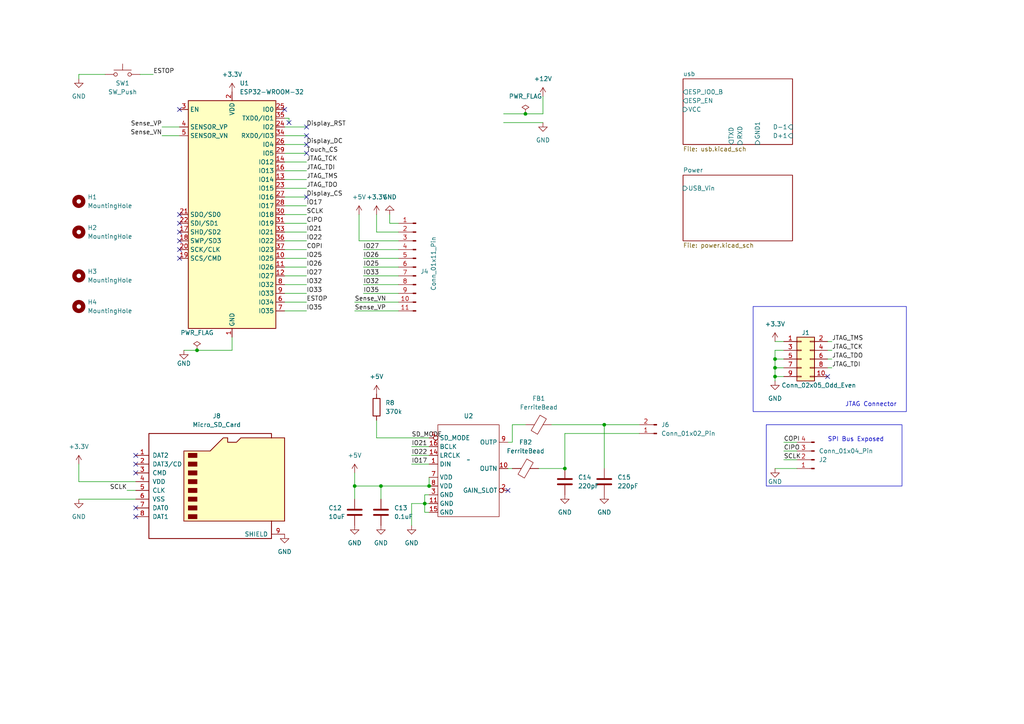
<source format=kicad_sch>
(kicad_sch (version 20230121) (generator eeschema)
  (paper "A4")
  (lib_symbols
    (symbol "Connector:Conn_01x02_Pin" (pin_names (offset 1.016) hide)
      (property "Reference" "J" (at 0 2.54 0))
      (property "Value" "Conn_01x02_Pin" (at 0 -5.08 0))
      (symbol "Conn_01x02_Pin_1_1"
        (polyline (pts (xy 1.27 -2.54) (xy 0.8636 -2.54)) (stroke (width 0.1524)))
        (polyline (pts (xy 1.27 0) (xy 0.8636 0)) (stroke (width 0.1524)))
        (rectangle (start 0.8636 -2.413) (end 0 -2.667) (stroke (width 0.1524)) (fill (type outline)))
        (rectangle (start 0.8636 0.127) (end 0 -0.127) (stroke (width 0.1524)) (fill (type outline)))
        (pin passive line (at 5.08 0 180) (length 3.81) (name "Pin_1") (number "1"))
        (pin passive line (at 5.08 -2.54 180) (length 3.81) (name "Pin_2") (number "2"))
      )
    )
    (symbol "Connector:Conn_01x04_Pin" (pin_names (offset 1.016) hide)
      (property "Reference" "J" (at 0 5.08 0))
      (property "Value" "Conn_01x04_Pin" (at 0 -7.62 0))
      (symbol "Conn_01x04_Pin_1_1"
        (polyline (pts (xy 1.27 -5.08) (xy 0.8636 -5.08)) (stroke (width 0.1524)))
        (polyline (pts (xy 1.27 -2.54) (xy 0.8636 -2.54)) (stroke (width 0.1524)))
        (polyline (pts (xy 1.27 0) (xy 0.8636 0)) (stroke (width 0.1524)))
        (polyline (pts (xy 1.27 2.54) (xy 0.8636 2.54)) (stroke (width 0.1524)))
        (rectangle (start 0.8636 -4.953) (end 0 -5.207) (stroke (width 0.1524)) (fill (type outline)))
        (rectangle (start 0.8636 -2.413) (end 0 -2.667) (stroke (width 0.1524)) (fill (type outline)))
        (rectangle (start 0.8636 0.127) (end 0 -0.127) (stroke (width 0.1524)) (fill (type outline)))
        (rectangle (start 0.8636 2.667) (end 0 2.413) (stroke (width 0.1524)) (fill (type outline)))
        (pin passive line (at 5.08 2.54 180) (length 3.81) (name "Pin_1") (number "1"))
        (pin passive line (at 5.08 0 180) (length 3.81) (name "Pin_2") (number "2"))
        (pin passive line (at 5.08 -2.54 180) (length 3.81) (name "Pin_3") (number "3"))
        (pin passive line (at 5.08 -5.08 180) (length 3.81) (name "Pin_4") (number "4"))
      )
    )
    (symbol "Connector:Conn_01x11_Pin" (pin_names (offset 1.016) hide)
      (property "Reference" "J" (at 0 15.24 0))
      (property "Value" "Conn_01x11_Pin" (at 0 -15.24 0))
      (symbol "Conn_01x11_Pin_1_1"
        (polyline (pts (xy 1.27 -12.7) (xy 0.8636 -12.7)) (stroke (width 0.1524)))
        (polyline (pts (xy 1.27 -10.16) (xy 0.8636 -10.16)) (stroke (width 0.1524)))
        (polyline (pts (xy 1.27 -7.62) (xy 0.8636 -7.62)) (stroke (width 0.1524)))
        (polyline (pts (xy 1.27 -5.08) (xy 0.8636 -5.08)) (stroke (width 0.1524)))
        (polyline (pts (xy 1.27 -2.54) (xy 0.8636 -2.54)) (stroke (width 0.1524)))
        (polyline (pts (xy 1.27 0) (xy 0.8636 0)) (stroke (width 0.1524)))
        (polyline (pts (xy 1.27 2.54) (xy 0.8636 2.54)) (stroke (width 0.1524)))
        (polyline (pts (xy 1.27 5.08) (xy 0.8636 5.08)) (stroke (width 0.1524)))
        (polyline (pts (xy 1.27 7.62) (xy 0.8636 7.62)) (stroke (width 0.1524)))
        (polyline (pts (xy 1.27 10.16) (xy 0.8636 10.16)) (stroke (width 0.1524)))
        (polyline (pts (xy 1.27 12.7) (xy 0.8636 12.7)) (stroke (width 0.1524)))
        (rectangle (start 0.8636 -12.573) (end 0 -12.827) (stroke (width 0.1524)) (fill (type outline)))
        (rectangle (start 0.8636 -10.033) (end 0 -10.287) (stroke (width 0.1524)) (fill (type outline)))
        (rectangle (start 0.8636 -7.493) (end 0 -7.747) (stroke (width 0.1524)) (fill (type outline)))
        (rectangle (start 0.8636 -4.953) (end 0 -5.207) (stroke (width 0.1524)) (fill (type outline)))
        (rectangle (start 0.8636 -2.413) (end 0 -2.667) (stroke (width 0.1524)) (fill (type outline)))
        (rectangle (start 0.8636 0.127) (end 0 -0.127) (stroke (width 0.1524)) (fill (type outline)))
        (rectangle (start 0.8636 2.667) (end 0 2.413) (stroke (width 0.1524)) (fill (type outline)))
        (rectangle (start 0.8636 5.207) (end 0 4.953) (stroke (width 0.1524)) (fill (type outline)))
        (rectangle (start 0.8636 7.747) (end 0 7.493) (stroke (width 0.1524)) (fill (type outline)))
        (rectangle (start 0.8636 10.287) (end 0 10.033) (stroke (width 0.1524)) (fill (type outline)))
        (rectangle (start 0.8636 12.827) (end 0 12.573) (stroke (width 0.1524)) (fill (type outline)))
        (pin passive line (at 5.08 12.7 180) (length 3.81) (name "Pin_1") (number "1"))
        (pin passive line (at 5.08 -10.16 180) (length 3.81) (name "Pin_10") (number "10"))
        (pin passive line (at 5.08 -12.7 180) (length 3.81) (name "Pin_11") (number "11"))
        (pin passive line (at 5.08 10.16 180) (length 3.81) (name "Pin_2") (number "2"))
        (pin passive line (at 5.08 7.62 180) (length 3.81) (name "Pin_3") (number "3"))
        (pin passive line (at 5.08 5.08 180) (length 3.81) (name "Pin_4") (number "4"))
        (pin passive line (at 5.08 2.54 180) (length 3.81) (name "Pin_5") (number "5"))
        (pin passive line (at 5.08 0 180) (length 3.81) (name "Pin_6") (number "6"))
        (pin passive line (at 5.08 -2.54 180) (length 3.81) (name "Pin_7") (number "7"))
        (pin passive line (at 5.08 -5.08 180) (length 3.81) (name "Pin_8") (number "8"))
        (pin passive line (at 5.08 -7.62 180) (length 3.81) (name "Pin_9") (number "9"))
      )
    )
    (symbol "Connector:Micro_SD_Card" (pin_names (offset 1.016))
      (property "Reference" "J8" (at 0.635 19.05 0))
      (property "Value" "Micro_SD_Card" (at 0.635 16.51 0))
      (symbol "Micro_SD_Card_0_1"
        (rectangle (start -7.62 -9.525) (end -5.08 -10.795) (fill (type outline)))
        (rectangle (start -7.62 -6.985) (end -5.08 -8.255) (fill (type outline)))
        (rectangle (start -7.62 -4.445) (end -5.08 -5.715) (fill (type outline)))
        (rectangle (start -7.62 -1.905) (end -5.08 -3.175) (fill (type outline)))
        (rectangle (start -7.62 0.635) (end -5.08 -0.635) (fill (type outline)))
        (rectangle (start -7.62 3.175) (end -5.08 1.905) (fill (type outline)))
        (rectangle (start -7.62 5.715) (end -5.08 4.445) (fill (type outline)))
        (rectangle (start -7.62 8.255) (end -5.08 6.985) (fill (type outline)))
        (polyline (pts (xy 16.51 12.7) (xy 16.51 13.97) (xy -19.05 13.97) (xy -19.05 -16.51) (xy 16.51 -16.51) (xy 16.51 -11.43)) (stroke (width 0.254)))
        (polyline (pts (xy -8.89 -11.43) (xy -8.89 8.89) (xy -1.27 8.89) (xy 2.54 12.7) (xy 3.81 12.7) (xy 3.81 11.43) (xy 6.35 11.43) (xy 7.62 12.7) (xy 20.32 12.7) (xy 20.32 -11.43) (xy -8.89 -11.43)) (stroke (width 0.254)) (fill (type background)))
      )
      (symbol "Micro_SD_Card_1_1"
        (pin bidirectional line (at -22.86 7.62 0) (length 3.81) (name "DAT2") (number "1"))
        (pin bidirectional line (at -22.86 5.08 0) (length 3.81) (name "DAT3/CD") (number "2"))
        (pin input line (at -22.86 2.54 0) (length 3.81) (name "CMD") (number "3"))
        (pin power_in line (at -22.86 0 0) (length 3.81) (name "VDD") (number "4"))
        (pin input line (at -22.86 -2.54 0) (length 3.81) (name "CLK") (number "5"))
        (pin power_in line (at -22.86 -5.08 0) (length 3.81) (name "VSS") (number "6"))
        (pin bidirectional line (at -22.86 -7.62 0) (length 3.81) (name "DAT0") (number "7"))
        (pin bidirectional line (at -22.86 -10.16 0) (length 3.81) (name "DAT1") (number "8"))
        (pin passive line (at 20.32 -15.24 180) (length 3.81) (name "SHIELD") (number "9"))
      )
    )
    (symbol "Connector_Generic:Conn_02x05_Odd_Even" (pin_names (offset 1.016) hide)
      (property "Reference" "J" (at 1.27 7.62 0))
      (property "Value" "Conn_02x05_Odd_Even" (at 1.27 -7.62 0))
      (symbol "Conn_02x05_Odd_Even_1_1"
        (rectangle (start -1.27 -4.953) (end 0 -5.207) (stroke (width 0.1524)))
        (rectangle (start -1.27 -2.413) (end 0 -2.667) (stroke (width 0.1524)))
        (rectangle (start -1.27 0.127) (end 0 -0.127) (stroke (width 0.1524)))
        (rectangle (start -1.27 2.667) (end 0 2.413) (stroke (width 0.1524)))
        (rectangle (start -1.27 5.207) (end 0 4.953) (stroke (width 0.1524)))
        (rectangle (start -1.27 6.35) (end 3.81 -6.35) (stroke (width 0.254)) (fill (type background)))
        (rectangle (start 3.81 -4.953) (end 2.54 -5.207) (stroke (width 0.1524)))
        (rectangle (start 3.81 -2.413) (end 2.54 -2.667) (stroke (width 0.1524)))
        (rectangle (start 3.81 0.127) (end 2.54 -0.127) (stroke (width 0.1524)))
        (rectangle (start 3.81 2.667) (end 2.54 2.413) (stroke (width 0.1524)))
        (rectangle (start 3.81 5.207) (end 2.54 4.953) (stroke (width 0.1524)))
        (pin passive line (at -5.08 5.08 0) (length 3.81) (name "Pin_1") (number "1"))
        (pin passive line (at 7.62 -5.08 180) (length 3.81) (name "Pin_10") (number "10"))
        (pin passive line (at 7.62 5.08 180) (length 3.81) (name "Pin_2") (number "2"))
        (pin passive line (at -5.08 2.54 0) (length 3.81) (name "Pin_3") (number "3"))
        (pin passive line (at 7.62 2.54 180) (length 3.81) (name "Pin_4") (number "4"))
        (pin passive line (at -5.08 0 0) (length 3.81) (name "Pin_5") (number "5"))
        (pin passive line (at 7.62 0 180) (length 3.81) (name "Pin_6") (number "6"))
        (pin passive line (at -5.08 -2.54 0) (length 3.81) (name "Pin_7") (number "7"))
        (pin passive line (at 7.62 -2.54 180) (length 3.81) (name "Pin_8") (number "8"))
        (pin passive line (at -5.08 -5.08 0) (length 3.81) (name "Pin_9") (number "9"))
      )
    )
    (symbol "Device:C" (pin_numbers hide) (pin_names (offset 0.254))
      (property "Reference" "C" (at 0.635 2.54 0))
      (property "Value" "C" (at 0.635 -2.54 0))
      (symbol "C_0_1"
        (polyline (pts (xy -2.032 -0.762) (xy 2.032 -0.762)) (stroke (width 0.508)))
        (polyline (pts (xy -2.032 0.762) (xy 2.032 0.762)) (stroke (width 0.508)))
      )
      (symbol "C_1_1"
        (pin passive line (at 0 3.81 270) (length 2.794) (name "~") (number "1"))
        (pin passive line (at 0 -3.81 90) (length 2.794) (name "~") (number "2"))
      )
    )
    (symbol "Device:FerriteBead" (pin_numbers hide) (pin_names (offset 0))
      (property "Reference" "FB" (at -3.81 0.635 90))
      (property "Value" "FerriteBead" (at 3.81 0 90))
      (symbol "FerriteBead_0_1"
        (polyline (pts (xy 0 -1.27) (xy 0 -1.2192)))
        (polyline (pts (xy 0 1.27) (xy 0 1.2954)))
        (polyline (pts (xy -2.7686 0.4064) (xy -1.7018 2.2606) (xy 2.7686 -0.3048) (xy 1.6764 -2.159) (xy -2.7686 0.4064)))
      )
      (symbol "FerriteBead_1_1"
        (pin passive line (at 0 3.81 270) (length 2.54) (name "~") (number "1"))
        (pin passive line (at 0 -3.81 90) (length 2.54) (name "~") (number "2"))
      )
    )
    (symbol "Device:R" (pin_numbers hide) (pin_names (offset 0))
      (property "Reference" "R" (at 2.032 0 90))
      (property "Value" "R" (at 0 0 90))
      (symbol "R_0_1"
        (rectangle (start -1.016 -2.54) (end 1.016 2.54) (stroke (width 0.254)))
      )
      (symbol "R_1_1"
        (pin passive line (at 0 3.81 270) (length 1.27) (name "~") (number "1"))
        (pin passive line (at 0 -3.81 90) (length 1.27) (name "~") (number "2"))
      )
    )
    (symbol "Mechanical:MountingHole" (pin_names (offset 1.016))
      (property "Reference" "H" (at 0 5.08 0))
      (property "Value" "MountingHole" (at 0 3.175 0))
      (symbol "MountingHole_0_1"
        (circle (center 0 0) (radius 1.27) (stroke (width 1.27)))
      )
    )
    (symbol "OSMI-parts:MAX98357"
      (property "Reference" "U2" (at 0 12.7 0))
      (property "Value" "~" (at 0 0 0))
      (symbol "MAX98357_0_1"
        (rectangle (start -8.89 10.16) (end 8.89 -16.51))
      )
      (symbol "MAX98357_1_1"
        (pin input line (at -11.43 -1.27 0) (length 2.54) (name "DIN") (number "1"))
        (pin output line (at 11.43 -2.54 180) (length 2.54) (name "OUTN") (number "10"))
        (pin power_in line (at -11.43 -12.7 0) (length 2.54) (name "GND") (number "11"))
        (pin input line (at -11.43 1.27 0) (length 2.54) (name "LRCLK") (number "14"))
        (pin power_in line (at -11.43 -15.24 0) (length 2.54) (name "GND") (number "15"))
        (pin input line (at -11.43 3.81 0) (length 2.54) (name "BCLK") (number "16"))
        (pin output inverted (at 11.43 -8.89 180) (length 2.54) (name "GAIN_SLOT") (number "2"))
        (pin power_in line (at -11.43 -10.16 0) (length 2.54) (name "GND") (number "3"))
        (pin input inverted (at -11.43 6.35 0) (length 2.54) (name "SD_MODE") (number "4"))
        (pin input line (at -11.43 -5.08 0) (length 2.54) (name "VDD") (number "7"))
        (pin input line (at -11.43 -7.62 0) (length 2.54) (name "VDD") (number "8"))
        (pin output line (at 11.43 5.08 180) (length 2.54) (name "OUTP") (number "9"))
      )
    )
    (symbol "RF_Module:ESP32-WROOM-32"
      (property "Reference" "U" (at -12.7 34.29 0))
      (property "Value" "ESP32-WROOM-32" (at 1.27 34.29 0))
      (symbol "ESP32-WROOM-32_0_1"
        (rectangle (start -12.7 33.02) (end 12.7 -33.02) (stroke (width 0.254)) (fill (type background)))
      )
      (symbol "ESP32-WROOM-32_1_1"
        (pin power_in line (at 0 -35.56 90) (length 2.54) (name "GND") (number "1"))
        (pin bidirectional line (at 15.24 -12.7 180) (length 2.54) (name "IO25") (number "10"))
        (pin bidirectional line (at 15.24 -15.24 180) (length 2.54) (name "IO26") (number "11"))
        (pin bidirectional line (at 15.24 -17.78 180) (length 2.54) (name "IO27") (number "12"))
        (pin bidirectional line (at 15.24 10.16 180) (length 2.54) (name "IO14") (number "13"))
        (pin bidirectional line (at 15.24 15.24 180) (length 2.54) (name "IO12") (number "14"))
        (pin passive line (at 0 -35.56 90) (length 2.54) hide (name "GND") (number "15"))
        (pin bidirectional line (at 15.24 12.7 180) (length 2.54) (name "IO13") (number "16"))
        (pin bidirectional line (at -15.24 -5.08 0) (length 2.54) (name "SHD/SD2") (number "17"))
        (pin bidirectional line (at -15.24 -7.62 0) (length 2.54) (name "SWP/SD3") (number "18"))
        (pin bidirectional line (at -15.24 -12.7 0) (length 2.54) (name "SCS/CMD") (number "19"))
        (pin power_in line (at 0 35.56 270) (length 2.54) (name "VDD") (number "2"))
        (pin bidirectional line (at -15.24 -10.16 0) (length 2.54) (name "SCK/CLK") (number "20"))
        (pin bidirectional line (at -15.24 0 0) (length 2.54) (name "SDO/SD0") (number "21"))
        (pin bidirectional line (at -15.24 -2.54 0) (length 2.54) (name "SDI/SD1") (number "22"))
        (pin bidirectional line (at 15.24 7.62 180) (length 2.54) (name "IO15") (number "23"))
        (pin bidirectional line (at 15.24 25.4 180) (length 2.54) (name "IO2") (number "24"))
        (pin bidirectional line (at 15.24 30.48 180) (length 2.54) (name "IO0") (number "25"))
        (pin bidirectional line (at 15.24 20.32 180) (length 2.54) (name "IO4") (number "26"))
        (pin bidirectional line (at 15.24 5.08 180) (length 2.54) (name "IO16") (number "27"))
        (pin bidirectional line (at 15.24 2.54 180) (length 2.54) (name "IO17") (number "28"))
        (pin bidirectional line (at 15.24 17.78 180) (length 2.54) (name "IO5") (number "29"))
        (pin input line (at -15.24 30.48 0) (length 2.54) (name "EN") (number "3"))
        (pin bidirectional line (at 15.24 0 180) (length 2.54) (name "IO18") (number "30"))
        (pin bidirectional line (at 15.24 -2.54 180) (length 2.54) (name "IO19") (number "31"))
        (pin no_connect line (at -12.7 -27.94 0) (length 2.54) hide (name "NC") (number "32"))
        (pin bidirectional line (at 15.24 -5.08 180) (length 2.54) (name "IO21") (number "33"))
        (pin bidirectional line (at 15.24 22.86 180) (length 2.54) (name "RXD0/IO3") (number "34"))
        (pin bidirectional line (at 15.24 27.94 180) (length 2.54) (name "TXD0/IO1") (number "35"))
        (pin bidirectional line (at 15.24 -7.62 180) (length 2.54) (name "IO22") (number "36"))
        (pin bidirectional line (at 15.24 -10.16 180) (length 2.54) (name "IO23") (number "37"))
        (pin passive line (at 0 -35.56 90) (length 2.54) hide (name "GND") (number "38"))
        (pin passive line (at 0 -35.56 90) (length 2.54) hide (name "GND") (number "39"))
        (pin input line (at -15.24 25.4 0) (length 2.54) (name "SENSOR_VP") (number "4"))
        (pin input line (at -15.24 22.86 0) (length 2.54) (name "SENSOR_VN") (number "5"))
        (pin input line (at 15.24 -25.4 180) (length 2.54) (name "IO34") (number "6"))
        (pin input line (at 15.24 -27.94 180) (length 2.54) (name "IO35") (number "7"))
        (pin bidirectional line (at 15.24 -20.32 180) (length 2.54) (name "IO32") (number "8"))
        (pin bidirectional line (at 15.24 -22.86 180) (length 2.54) (name "IO33") (number "9"))
      )
    )
    (symbol "Switch:SW_Push" (pin_numbers hide) (pin_names (offset 1.016) hide)
      (property "Reference" "SW" (at 1.27 2.54 0))
      (property "Value" "SW_Push" (at 0 -1.524 0))
      (symbol "SW_Push_0_1"
        (circle (center -2.032 0) (radius 0.508))
        (polyline (pts (xy 0 1.27) (xy 0 3.048)))
        (polyline (pts (xy 2.54 1.27) (xy -2.54 1.27)))
        (circle (center 2.032 0) (radius 0.508))
        (pin passive line (at -5.08 0 0) (length 2.54) (name "1") (number "1"))
        (pin passive line (at 5.08 0 180) (length 2.54) (name "2") (number "2"))
      )
    )
    (symbol "power:+12V" (power) (pin_names (offset 0))
      (property "Value" "+12V" (at 0 3.556 0))
      (symbol "+12V_0_1"
        (polyline (pts (xy -0.762 1.27) (xy 0 2.54)))
        (polyline (pts (xy 0 0) (xy 0 2.54)))
        (polyline (pts (xy 0 2.54) (xy 0.762 1.27)))
      )
      (symbol "+12V_1_1"
        (pin power_in line (at 0 0 90) (length 0) hide (name "+12V") (number "1"))
      )
    )
    (symbol "power:+3.3V" (power) (pin_names (offset 0))
      (property "Value" "+3.3V" (at 0 3.556 0))
      (symbol "+3.3V_0_1"
        (polyline (pts (xy -0.762 1.27) (xy 0 2.54)))
        (polyline (pts (xy 0 0) (xy 0 2.54)))
        (polyline (pts (xy 0 2.54) (xy 0.762 1.27)))
      )
      (symbol "+3.3V_1_1"
        (pin power_in line (at 0 0 90) (length 0) hide (name "+3.3V") (number "1"))
      )
    )
    (symbol "power:+5V" (power) (pin_names (offset 0))
      (property "Value" "+5V" (at 0 3.556 0))
      (symbol "+5V_0_1"
        (polyline (pts (xy -0.762 1.27) (xy 0 2.54)))
        (polyline (pts (xy 0 0) (xy 0 2.54)))
        (polyline (pts (xy 0 2.54) (xy 0.762 1.27)))
      )
      (symbol "+5V_1_1"
        (pin power_in line (at 0 0 90) (length 0) hide (name "+5V") (number "1"))
      )
    )
    (symbol "power:GND" (power) (pin_names (offset 0))
      (property "Value" "GND" (at 0 -3.81 0))
      (symbol "GND_0_1"
        (polyline (pts (xy 0 0) (xy 0 -1.27) (xy 1.27 -1.27) (xy 0 -2.54) (xy -1.27 -1.27) (xy 0 -1.27)))
      )
      (symbol "GND_1_1"
        (pin power_in line (at 0 0 270) (length 0) hide (name "GND") (number "1"))
      )
    )
    (symbol "power:PWR_FLAG" (power) (pin_numbers hide) (pin_names (offset 0) hide)
      (property "Value" "PWR_FLAG" (at 0 3.81 0))
      (symbol "PWR_FLAG_0_0"
        (pin power_out line (at 0 0 90) (length 0) (name "pwr") (number "1"))
      )
      (symbol "PWR_FLAG_0_1"
        (polyline (pts (xy 0 0) (xy 0 1.27) (xy -1.016 1.905) (xy 0 2.54) (xy 1.016 1.905) (xy 0 1.27)))
      )
    )
  )
  (junction (at 123.19 146.05))
  (junction (at 224.79 109.22))
  (junction (at 57.15 101.6))
  (junction (at 124.46 140.97))
  (junction (at 175.26 123.19))
  (junction (at 224.79 106.68))
  (junction (at 163.83 135.89))
  (junction (at 152.4 33.02))
  (junction (at 110.49 140.97))
  (junction (at 102.87 140.97))
  (junction (at 224.79 104.14))
  (no_connect (at 39.37 132.08))
  (no_connect (at 88.9 41.91))
  (no_connect (at 147.32 142.24))
  (no_connect (at 88.9 36.83))
  (no_connect (at 82.55 31.75))
  (no_connect (at 52.07 74.93))
  (no_connect (at 52.07 64.77))
  (no_connect (at 240.03 109.22))
  (no_connect (at 52.07 72.39))
  (no_connect (at 52.07 69.85))
  (no_connect (at 88.9 44.45))
  (no_connect (at 52.07 31.75))
  (no_connect (at 52.07 67.31))
  (no_connect (at 52.07 62.23))
  (no_connect (at 39.37 147.32))
  (no_connect (at 88.9 57.15))
  (no_connect (at 39.37 149.86))
  (no_connect (at 39.37 134.62))
  (no_connect (at 83.82 35.56))
  (no_connect (at 39.37 137.16))
  (no_connect (at 88.9 39.37))
  (wire (pts (xy 36.83 142.24) (xy 39.37 142.24)))
  (wire (pts (xy 175.26 123.19) (xy 185.42 123.19)))
  (wire (pts (xy 82.55 87.63) (xy 88.9 87.63)))
  (wire (pts (xy 82.55 41.91) (xy 88.9 41.91)))
  (wire (pts (xy 46.99 39.37) (xy 52.07 39.37)))
  (wire (pts (xy 123.19 143.51) (xy 124.46 143.51)))
  (wire (pts (xy 105.41 80.01) (xy 115.57 80.01)))
  (wire (pts (xy 82.55 39.37) (xy 88.9 39.37)))
  (wire (pts (xy 240.03 104.14) (xy 241.3 104.14)))
  (wire (pts (xy 82.55 57.15) (xy 88.9 57.15)))
  (wire (pts (xy 123.19 146.05) (xy 123.19 148.59)))
  (wire (pts (xy 119.38 146.05) (xy 123.19 146.05)))
  (wire (pts (xy 22.86 144.78) (xy 39.37 144.78)))
  (wire (pts (xy 175.26 123.19) (xy 175.26 135.89)))
  (wire (pts (xy 115.57 67.31) (xy 109.22 67.31)))
  (wire (pts (xy 119.38 132.08) (xy 124.46 132.08)))
  (wire (pts (xy 82.55 49.53) (xy 88.9 49.53)))
  (wire (pts (xy 160.02 123.19) (xy 175.26 123.19)))
  (wire (pts (xy 82.55 72.39) (xy 88.9 72.39)))
  (wire (pts (xy 82.55 44.45) (xy 88.9 44.45)))
  (wire (pts (xy 82.55 74.93) (xy 88.9 74.93)))
  (wire (pts (xy 82.55 69.85) (xy 88.9 69.85)))
  (wire (pts (xy 82.55 52.07) (xy 88.9 52.07)))
  (wire (pts (xy 185.42 125.73) (xy 163.83 125.73)))
  (wire (pts (xy 224.79 99.06) (xy 227.33 99.06)))
  (wire (pts (xy 102.87 87.63) (xy 115.57 87.63)))
  (wire (pts (xy 102.87 137.16) (xy 102.87 140.97)))
  (wire (pts (xy 240.03 99.06) (xy 241.3 99.06)))
  (wire (pts (xy 83.82 35.56) (xy 83.82 34.29)))
  (wire (pts (xy 46.99 36.83) (xy 52.07 36.83)))
  (wire (pts (xy 104.14 69.85) (xy 115.57 69.85)))
  (wire (pts (xy 148.59 128.27) (xy 147.32 128.27)))
  (wire (pts (xy 110.49 140.97) (xy 102.87 140.97)))
  (wire (pts (xy 105.41 72.39) (xy 115.57 72.39)))
  (wire (pts (xy 224.79 110.49) (xy 224.79 109.22)))
  (wire (pts (xy 109.22 127) (xy 124.46 127)))
  (wire (pts (xy 124.46 140.97) (xy 110.49 140.97)))
  (wire (pts (xy 105.41 77.47) (xy 115.57 77.47)))
  (wire (pts (xy 57.15 101.6) (xy 67.31 101.6)))
  (wire (pts (xy 224.79 104.14) (xy 224.79 101.6)))
  (wire (pts (xy 22.86 22.86) (xy 22.86 21.59)))
  (wire (pts (xy 82.55 36.83) (xy 88.9 36.83)))
  (wire (pts (xy 105.41 74.93) (xy 115.57 74.93)))
  (wire (pts (xy 146.05 35.56) (xy 157.48 35.56)))
  (wire (pts (xy 152.4 33.02) (xy 157.48 33.02)))
  (wire (pts (xy 82.55 67.31) (xy 88.9 67.31)))
  (wire (pts (xy 152.4 123.19) (xy 148.59 123.19)))
  (wire (pts (xy 224.79 135.89) (xy 231.14 135.89)))
  (wire (pts (xy 146.05 33.02) (xy 152.4 33.02)))
  (wire (pts (xy 240.03 106.68) (xy 241.3 106.68)))
  (wire (pts (xy 224.79 106.68) (xy 227.33 106.68)))
  (wire (pts (xy 82.55 77.47) (xy 88.9 77.47)))
  (wire (pts (xy 231.14 133.35) (xy 227.33 133.35)))
  (wire (pts (xy 224.79 101.6) (xy 227.33 101.6)))
  (wire (pts (xy 82.55 62.23) (xy 88.9 62.23)))
  (wire (pts (xy 163.83 125.73) (xy 163.83 135.89)))
  (wire (pts (xy 231.14 130.81) (xy 227.33 130.81)))
  (wire (pts (xy 82.55 59.69) (xy 88.9 59.69)))
  (wire (pts (xy 113.03 64.77) (xy 113.03 62.23)))
  (wire (pts (xy 123.19 148.59) (xy 124.46 148.59)))
  (wire (pts (xy 22.86 139.7) (xy 39.37 139.7)))
  (wire (pts (xy 82.55 85.09) (xy 88.9 85.09)))
  (wire (pts (xy 119.38 129.54) (xy 124.46 129.54)))
  (wire (pts (xy 22.86 21.59) (xy 30.48 21.59)))
  (wire (pts (xy 231.14 128.27) (xy 227.33 128.27)))
  (wire (pts (xy 22.86 134.62) (xy 22.86 139.7)))
  (wire (pts (xy 110.49 140.97) (xy 110.49 144.78)))
  (wire (pts (xy 124.46 138.43) (xy 124.46 140.97)))
  (wire (pts (xy 123.19 146.05) (xy 124.46 146.05)))
  (wire (pts (xy 224.79 109.22) (xy 227.33 109.22)))
  (wire (pts (xy 119.38 134.62) (xy 124.46 134.62)))
  (wire (pts (xy 148.59 135.89) (xy 147.32 135.89)))
  (wire (pts (xy 123.19 143.51) (xy 123.19 146.05)))
  (wire (pts (xy 156.21 135.89) (xy 163.83 135.89)))
  (wire (pts (xy 82.55 90.17) (xy 88.9 90.17)))
  (wire (pts (xy 83.82 34.29) (xy 82.55 34.29)))
  (wire (pts (xy 102.87 140.97) (xy 102.87 144.78)))
  (wire (pts (xy 82.55 46.99) (xy 88.9 46.99)))
  (wire (pts (xy 102.87 90.17) (xy 115.57 90.17)))
  (wire (pts (xy 224.79 109.22) (xy 224.79 106.68)))
  (wire (pts (xy 82.55 54.61) (xy 88.9 54.61)))
  (wire (pts (xy 240.03 101.6) (xy 241.3 101.6)))
  (wire (pts (xy 109.22 127) (xy 109.22 121.92)))
  (wire (pts (xy 53.34 101.6) (xy 57.15 101.6)))
  (wire (pts (xy 109.22 67.31) (xy 109.22 62.23)))
  (wire (pts (xy 115.57 64.77) (xy 113.03 64.77)))
  (wire (pts (xy 82.55 80.01) (xy 88.9 80.01)))
  (wire (pts (xy 104.14 62.23) (xy 104.14 69.85)))
  (wire (pts (xy 224.79 106.68) (xy 224.79 104.14)))
  (wire (pts (xy 67.31 101.6) (xy 67.31 97.79)))
  (wire (pts (xy 105.41 82.55) (xy 115.57 82.55)))
  (wire (pts (xy 157.48 33.02) (xy 157.48 27.94)))
  (wire (pts (xy 224.79 104.14) (xy 227.33 104.14)))
  (wire (pts (xy 119.38 152.4) (xy 119.38 146.05)))
  (wire (pts (xy 82.55 64.77) (xy 88.9 64.77)))
  (wire (pts (xy 148.59 123.19) (xy 148.59 128.27)))
  (wire (pts (xy 82.55 82.55) (xy 88.9 82.55)))
  (wire (pts (xy 105.41 85.09) (xy 115.57 85.09)))
  (wire (pts (xy 44.45 21.59) (xy 40.64 21.59)))
  (rectangle (start 222.25 123.19) (end 261.62 140.97))
  (rectangle (start 218.44 88.9) (end 262.89 119.38))
  (text "JTAG Connector" (at 245.11 118.11 0) (effects (font (size 1.27 1.27)) (justify left bottom)))
  (text "SPI Bus Exposed" (at 240.03 128.27 0) (effects (font (size 1.27 1.27)) (justify left bottom)))
  (label "JTAG_TDO" (at 241.3 104.14 0))
  (label "IO27" (at 105.41 72.39 0))
  (label "SD_MODE" (at 119.38 127 0))
  (label "JTAG_TMS" (at 241.3 99.06 0))
  (label "IO32" (at 88.9 82.55 0))
  (label "Sense_VN" (at 46.99 39.37 180))
  (label "JTAG_TDO" (at 88.9 54.61 0))
  (label "IO35" (at 105.41 85.09 0))
  (label "IO21" (at 119.38 129.54 0))
  (label "Display_RST" (at 88.9 36.83 0))
  (label "IO17" (at 88.9 59.69 0))
  (label "IO17" (at 119.38 134.62 0))
  (label "IO25" (at 88.9 74.93 0))
  (label "CIPO" (at 88.9 64.77 0))
  (label "IO25" (at 105.41 77.47 0))
  (label "Sense_VP" (at 46.99 36.83 180))
  (label "Display_DC" (at 88.9 41.91 0))
  (label "COPI" (at 88.9 72.39 0))
  (label "IO26" (at 105.41 74.93 0))
  (label "JTAG_TDI" (at 241.3 106.68 0))
  (label "JTAG_TCK" (at 241.3 101.6 0))
  (label "Sense_VN" (at 102.87 87.63 0))
  (label "SCLK" (at 36.83 142.24 180))
  (label "ESTOP" (at 44.45 21.59 0))
  (label "SCLK" (at 227.33 133.35 0))
  (label "IO27" (at 88.9 80.01 0))
  (label "IO22" (at 119.38 132.08 0))
  (label "IO33" (at 88.9 85.09 0))
  (label "Touch_CS" (at 88.9 44.45 0))
  (label "IO21" (at 88.9 67.31 0))
  (label "IO35" (at 88.9 90.17 0))
  (label "ESTOP" (at 88.9 87.63 0))
  (label "Sense_VP" (at 102.87 90.17 0))
  (label "JTAG_TMS" (at 88.9 52.07 0))
  (label "COPI" (at 227.33 128.27 0))
  (label "JTAG_TDI" (at 88.9 49.53 0))
  (label "CIPO" (at 227.33 130.81 0))
  (label "Display_CS" (at 88.9 57.15 0))
  (label "IO26" (at 88.9 77.47 0))
  (label "IO33" (at 105.41 80.01 0))
  (label "IO32" (at 105.41 82.55 0))
  (label "SCLK" (at 88.9 62.23 0))
  (label "JTAG_TCK" (at 88.9 46.99 0))
  (label "IO22" (at 88.9 69.85 0))
  (symbol (lib_id "power:GND") (at 119.38 152.4 0) (unit 1)
    (property "Reference" "#PWR029" (effects hide))
    (property "Value" "GND" (at 119.38 157.48 0))
  )
  (symbol (lib_id "Device:FerriteBead") (at 156.21 123.19 270) (unit 1)
    (property "Reference" "FB1" (at 156.2608 115.57 90))
    (property "Value" "FerriteBead" (at 156.2608 118.11 90))
    (property "Footprint" "Ferrite_THT:LairdTech_28C0236-0JW-10" (effects hide))
    (property "Cost" "0" (effects hide))
    (property "Sim.Enable" "0" (effects hide))
  )
  (symbol (lib_id "Mechanical:MountingHole") (at 22.86 58.42 0) (unit 1)
    (property "Reference" "H1" (at 25.4 57.15 0) (effects (justify left)))
    (property "Value" "MountingHole" (at 25.4 59.69 0) (effects (justify left)))
    (property "Footprint" "MountingHole:MountingHole_3.2mm_M3" (effects hide))
    (property "Cost" "0" (effects hide))
    (property "Sim.Enable" "0" (effects hide))
  )
  (symbol (lib_id "RF_Module:ESP32-WROOM-32") (at 67.31 62.23 0) (unit 1)
    (property "Reference" "U1" (at 69.5041 24.13 0) (effects (justify left)))
    (property "Value" "ESP32-WROOM-32" (at 69.5041 26.67 0) (effects (justify left)))
    (property "Footprint" "RF_Module:ESP32-WROOM-32" (effects hide))
    (property "Datasheet" "https://www.espressif.com/sites/default/files/documentation/esp32-wroom-32_datasheet_en.pdf" (effects hide))
    (property "Sim.Enable" "0" (effects hide))
    (property "Cost" "0" (effects hide))
  )
  (symbol (lib_id "OSMI-parts:MAX98357") (at 135.89 133.35 0) (unit 1)
    (property "Reference" "U2" (at 135.89 120.65 0))
    (property "Value" "~" (at 135.89 133.35 0))
    (property "Footprint" "Package_DFN_QFN:QFN-16-1EP_3x3mm_P0.5mm_EP1.45x1.45mm" (effects hide))
    (property "Datasheet" "https://www.analog.com/media/en/technical-documentation/data-sheets/MAX98357A-MAX98357B.pdf" (effects hide))
    (property "ordering_link" "https://www.digikey.com/en/products/detail/analog-devices-inc-maxim-integrated/MAX98357AETE-T/4936122" (effects hide))
    (property "cost" "2.86" (effects hide))
    (property "Cost" "0" (effects hide))
    (property "Sim.Enable" "0" (effects hide))
  )
  (symbol (lib_id "power:GND") (at 53.34 101.6 0) (unit 1)
    (property "Reference" "#PWR019" (effects hide))
    (property "Value" "GND" (at 53.34 105.41 0))
  )
  (symbol (lib_id "power:+5V") (at 102.87 137.16 0) (unit 1)
    (property "Reference" "#PWR02" (effects hide))
    (property "Value" "+5V" (at 102.87 132.08 0))
  )
  (symbol (lib_id "power:GND") (at 224.79 135.89 0) (unit 1)
    (property "Reference" "#PWR06" (effects hide))
    (property "Value" "GND" (at 224.79 139.7 0))
  )
  (symbol (lib_id "power:+5V") (at 104.14 62.23 0) (unit 1)
    (property "Reference" "#PWR018" (effects hide))
    (property "Value" "+5V" (at 104.14 57.15 0))
  )
  (symbol (lib_id "Connector_Generic:Conn_02x05_Odd_Even") (at 232.41 104.14 0) (unit 1)
    (property "Reference" "J1" (at 233.68 96.52 0))
    (property "Value" "Conn_02x05_Odd_Even" (at 237.49 111.76 0))
    (property "Footprint" "Connector_PinHeader_2.54mm:PinHeader_2x05_P2.54mm_Vertical" (effects hide))
    (property "Cost" "0" (effects hide))
    (property "Sim.Enable" "0" (effects hide))
  )
  (symbol (lib_id "Device:FerriteBead") (at 152.4 135.89 270) (unit 1)
    (property "Reference" "FB2" (at 152.4508 128.27 90))
    (property "Value" "FerriteBead" (at 152.4508 130.81 90))
    (property "Footprint" "Ferrite_THT:LairdTech_28C0236-0JW-10" (effects hide))
    (property "Cost" "0" (effects hide))
    (property "Sim.Enable" "0" (effects hide))
  )
  (symbol (lib_id "Switch:SW_Push") (at 35.56 21.59 0) (unit 1)
    (property "Reference" "SW1" (at 35.56 24.13 0))
    (property "Value" "SW_Push" (at 35.56 26.67 0))
    (property "Footprint" "TerminalBlock_TE-Connectivity:TerminalBlock_TE_282834-2_1x02_P2.54mm_Horizontal" (effects hide))
    (property "Cost" "0" (effects hide))
    (property "Sim.Enable" "0" (effects hide))
  )
  (symbol (lib_id "Connector:Micro_SD_Card") (at 62.23 139.7 0) (unit 1)
    (property "Reference" "J8" (at 62.865 120.65 0))
    (property "Value" "Micro_SD_Card" (at 62.865 123.19 0))
    (property "Footprint" "Connector_Card:microSD_HC_Molex_47219-2001" (effects hide))
    (property "Datasheet" "http://katalog.we-online.de/em/datasheet/693072010801.pdf" (effects hide))
    (property "Cost" "0" (effects hide))
    (property "Sim.Enable" "0" (effects hide))
  )
  (symbol (lib_id "power:+3.3V") (at 109.22 62.23 0) (unit 1)
    (property "Reference" "#PWR017" (effects hide))
    (property "Value" "+3.3V" (at 109.22 57.15 0))
  )
  (symbol (lib_id "Connector:Conn_01x02_Pin") (at 190.5 125.73 180) (unit 1)
    (property "Reference" "J6" (at 191.77 123.19 0) (effects (justify right)))
    (property "Value" "Conn_01x02_Pin" (at 191.77 125.73 0) (effects (justify right)))
    (property "Footprint" "Connector_PinHeader_2.54mm:PinHeader_1x02_P2.54mm_Horizontal" (effects hide))
    (property "Cost" "0" (effects hide))
    (property "Sim.Enable" "0" (effects hide))
  )
  (symbol (lib_id "Mechanical:MountingHole") (at 22.86 67.31 0) (unit 1)
    (property "Reference" "H2" (at 25.4 66.04 0) (effects (justify left)))
    (property "Value" "MountingHole" (at 25.4 68.58 0) (effects (justify left)))
    (property "Footprint" "MountingHole:MountingHole_3.2mm_M3" (effects hide))
    (property "Cost" "0" (effects hide))
    (property "Sim.Enable" "0" (effects hide))
  )
  (symbol (lib_id "power:GND") (at 224.79 110.49 0) (unit 1)
    (property "Reference" "#PWR05" (effects hide))
    (property "Value" "GND" (at 224.79 115.57 0))
  )
  (symbol (lib_id "power:GND") (at 22.86 144.78 0) (unit 1)
    (property "Reference" "#PWR013" (effects hide))
    (property "Value" "GND" (at 22.86 149.86 0))
  )
  (symbol (lib_id "power:GND") (at 110.49 152.4 0) (unit 1)
    (property "Reference" "#PWR030" (effects hide))
    (property "Value" "GND" (at 110.49 157.48 0))
  )
  (symbol (lib_id "power:PWR_FLAG") (at 152.4 33.02 0) (unit 1)
    (property "Reference" "#FLG02" (effects hide))
    (property "Value" "PWR_FLAG" (at 152.4 27.94 0))
  )
  (symbol (lib_id "power:GND") (at 157.48 35.56 0) (unit 1)
    (property "Reference" "#PWR028" (effects hide))
    (property "Value" "GND" (at 157.48 40.64 0))
  )
  (symbol (lib_id "Device:C") (at 163.83 139.7 0) (unit 1)
    (property "Reference" "C14" (at 167.64 138.43 0) (effects (justify left)))
    (property "Value" "220pF" (at 167.64 140.97 0) (effects (justify left)))
    (property "Footprint" "Capacitor_SMD:C_0603_1608Metric" (effects hide))
    (property "Cost" "$0.10" (effects hide))
    (property "Sim.Enable" "0" (effects hide))
    (property "Order-Link" "https://www.digikey.com/en/products/detail/samsung-electro-mechanics/CL10C221JB8NNNC/3886706" (effects hide))
  )
  (symbol (lib_id "power:GND") (at 175.26 143.51 0) (unit 1)
    (property "Reference" "#PWR033" (effects hide))
    (property "Value" "GND" (at 175.26 148.59 0))
  )
  (symbol (lib_id "power:GND") (at 163.83 143.51 0) (unit 1)
    (property "Reference" "#PWR032" (effects hide))
    (property "Value" "GND" (at 163.83 148.59 0))
  )
  (symbol (lib_id "power:GND") (at 82.55 154.94 0) (mirror y) (unit 1)
    (property "Reference" "#PWR011" (effects hide))
    (property "Value" "GND" (at 82.55 160.02 0))
  )
  (symbol (lib_id "power:+3.3V") (at 224.79 99.06 0) (unit 1)
    (property "Reference" "#PWR04" (effects hide))
    (property "Value" "+3.3V" (at 224.79 93.98 0))
  )
  (symbol (lib_id "Connector:Conn_01x04_Pin") (at 236.22 133.35 180) (unit 1)
    (property "Reference" "J2" (at 237.49 133.35 0) (effects (justify right)))
    (property "Value" "Conn_01x04_Pin" (at 237.49 130.81 0) (effects (justify right)))
    (property "Footprint" "TerminalBlock_TE-Connectivity:TerminalBlock_TE_282834-4_1x04_P2.54mm_Horizontal" (effects hide))
    (property "Cost" "0" (effects hide))
    (property "Sim.Enable" "0" (effects hide))
  )
  (symbol (lib_id "power:GND") (at 113.03 62.23 180) (unit 1)
    (property "Reference" "#PWR016" (effects hide))
    (property "Value" "GND" (at 113.03 57.15 0))
  )
  (symbol (lib_id "Device:C") (at 175.26 139.7 0) (unit 1)
    (property "Reference" "C15" (at 179.07 138.43 0) (effects (justify left)))
    (property "Value" "220pF" (at 179.07 140.97 0) (effects (justify left)))
    (property "Footprint" "Capacitor_SMD:C_0603_1608Metric" (effects hide))
    (property "Cost" "$0.10" (effects hide))
    (property "Sim.Enable" "0" (effects hide))
    (property "Order-Link" "https://www.digikey.com/en/products/detail/samsung-electro-mechanics/CL10C221JB8NNNC/3886706" (effects hide))
  )
  (symbol (lib_id "power:GND") (at 22.86 22.86 0) (unit 1)
    (property "Reference" "#PWR01" (effects hide))
    (property "Value" "GND" (at 22.86 27.94 0))
  )
  (symbol (lib_id "power:+12V") (at 157.48 27.94 0) (unit 1)
    (property "Reference" "#PWR027" (effects hide))
    (property "Value" "+12V" (at 157.48 22.86 0))
  )
  (symbol (lib_id "Mechanical:MountingHole") (at 22.86 80.01 0) (unit 1)
    (property "Reference" "H3" (at 25.4 78.74 0) (effects (justify left)))
    (property "Value" "MountingHole" (at 25.4 81.28 0) (effects (justify left)))
    (property "Footprint" "MountingHole:MountingHole_3.2mm_M3" (effects hide))
    (property "Cost" "0" (effects hide))
    (property "Sim.Enable" "0" (effects hide))
  )
  (symbol (lib_id "power:GND") (at 102.87 152.4 0) (unit 1)
    (property "Reference" "#PWR031" (effects hide))
    (property "Value" "GND" (at 102.87 157.48 0))
  )
  (symbol (lib_id "Device:C") (at 102.87 148.59 0) (unit 1)
    (property "Reference" "C12" (at 95.25 147.32 0) (effects (justify left)))
    (property "Value" "10uF" (at 95.25 149.86 0) (effects (justify left)))
    (property "Footprint" "Capacitor_SMD:C_0805_2012Metric" (effects hide))
    (property "Cost" "$0.10" (effects hide))
    (property "Sim.Enable" "0" (effects hide))
    (property "Order-Link" "https://www.digikey.com/en/products/detail/samsung-electro-mechanics/CL21A106KOQNNNE/3886754" (effects hide))
  )
  (symbol (lib_id "power:+5V") (at 109.22 114.3 0) (unit 1)
    (property "Reference" "#PWR043" (effects hide))
    (property "Value" "+5V" (at 109.22 109.22 0))
  )
  (symbol (lib_id "Device:R") (at 109.22 118.11 0) (unit 1)
    (property "Reference" "R8" (at 111.76 116.84 0) (effects (justify left)))
    (property "Value" "370k" (at 111.76 119.38 0) (effects (justify left)))
    (property "Footprint" "Resistor_SMD:R_0603_1608Metric" (effects hide))
    (property "Cost" "$0.20" (effects hide))
    (property "Sim.Enable" "0" (effects hide))
    (property "Order-Link" "https://www.digikey.com/en/products/detail/koa-speer-electronics-inc/RN73H1JTTD3703F100/10687650" (effects hide))
  )
  (symbol (lib_id "power:+3.3V") (at 22.86 134.62 0) (unit 1)
    (property "Reference" "#PWR03" (effects hide))
    (property "Value" "+3.3V" (at 22.86 129.54 0))
  )
  (symbol (lib_id "power:+3.3V") (at 67.31 26.67 0) (unit 1)
    (property "Reference" "#PWR020" (effects hide))
    (property "Value" "+3.3V" (at 67.31 21.59 0))
  )
  (symbol (lib_id "Connector:Conn_01x11_Pin") (at 120.65 77.47 0) (mirror y) (unit 1)
    (property "Reference" "J4" (at 121.92 78.74 0) (effects (justify right)))
    (property "Value" "Conn_01x11_Pin" (at 125.73 68.58 90) (effects (justify right)))
    (property "Footprint" "Connector_PinHeader_2.54mm:PinHeader_1x11_P2.54mm_Vertical" (effects hide))
    (property "Cost" "0" (effects hide))
    (property "Sim.Enable" "0" (effects hide))
  )
  (symbol (lib_id "power:PWR_FLAG") (at 57.15 101.6 0) (unit 1)
    (property "Reference" "#FLG01" (effects hide))
    (property "Value" "PWR_FLAG" (at 57.15 96.52 0))
  )
  (symbol (lib_id "Mechanical:MountingHole") (at 22.86 88.9 0) (unit 1)
    (property "Reference" "H4" (at 25.4 87.63 0) (effects (justify left)))
    (property "Value" "MountingHole" (at 25.4 90.17 0) (effects (justify left)))
    (property "Footprint" "MountingHole:MountingHole_3.2mm_M3" (effects hide))
    (property "Cost" "0" (effects hide))
    (property "Sim.Enable" "0" (effects hide))
  )
  (symbol (lib_id "Device:C") (at 110.49 148.59 0) (unit 1)
    (property "Reference" "C13" (at 114.3 147.32 0) (effects (justify left)))
    (property "Value" "0.1uF" (at 114.3 149.86 0) (effects (justify left)))
    (property "Footprint" "Capacitor_SMD:C_0603_1608Metric" (effects hide))
    (property "Cost" "$0.10" (effects hide))
    (property "Sim.Enable" "0" (effects hide))
    (property "Order-Link" "https://www.digikey.com/en/products/detail/samsung-electro-mechanics/CL10B104KB8NNWC/3887593" (effects hide))
  )
  (sheet (at 198.12 22.86) (size 31.75 19.05) (stroke (width 0.1524))
    (property "Sheetname" "usb" (at 198.12 22.1484 0) (effects (justify left bottom)))
    (property "Sheetfile" "usb.kicad_sch" (at 198.12 42.4946 0) (effects (justify left top)))
    (pin "ESP_IO0_B" output (at 198.12 26.67 180))
    (pin "ESP_EN" output (at 198.12 29.21 180))
    (pin "VCC" input (at 198.12 31.75 180))
    (pin "D-1" input (at 229.87 36.83 0))
    (pin "D+1" input (at 229.87 39.37 0))
    (pin "GND1" input (at 219.71 41.91 270))
    (pin "TXD" output (at 212.09 41.91 270))
    (pin "RXD" input (at 214.63 41.91 270))
  )
  (sheet (at 198.12 50.8) (size 31.75 19.05) (stroke (width 0.1524))
    (property "Sheetname" "Power" (at 198.12 50.0884 0) (effects (justify left bottom)))
    (property "Sheetfile" "power.kicad_sch" (at 198.12 70.4346 0) (effects (justify left top)))
    (pin "USB_Vin" input (at 198.12 54.61 180))
  )
)
</source>
